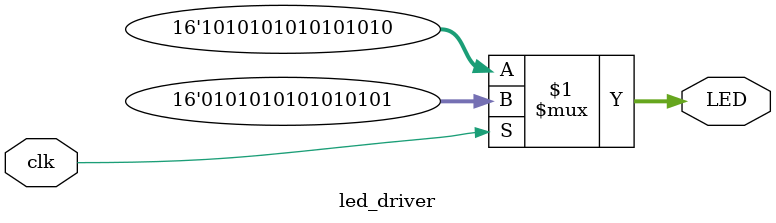
<source format=v>
module led_driver(	// file.cleaned.mlir:2:3
  input         clk,	// file.cleaned.mlir:2:28
  output [15:0] LED	// file.cleaned.mlir:2:43
);

  assign LED = clk ? 16'h5555 : 16'hAAAA;	// file.cleaned.mlir:3:20, :4:19, :5:10, :6:5
endmodule


</source>
